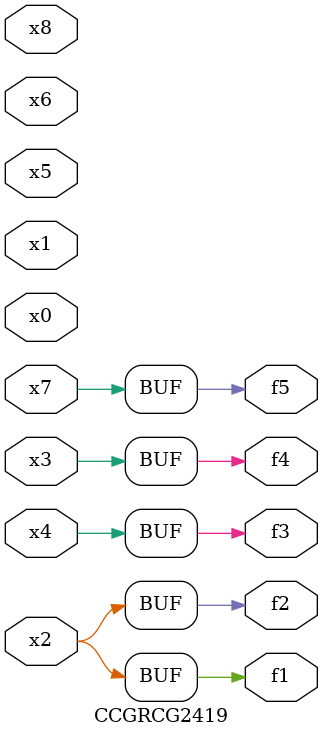
<source format=v>
module CCGRCG2419(
	input x0, x1, x2, x3, x4, x5, x6, x7, x8,
	output f1, f2, f3, f4, f5
);
	assign f1 = x2;
	assign f2 = x2;
	assign f3 = x4;
	assign f4 = x3;
	assign f5 = x7;
endmodule

</source>
